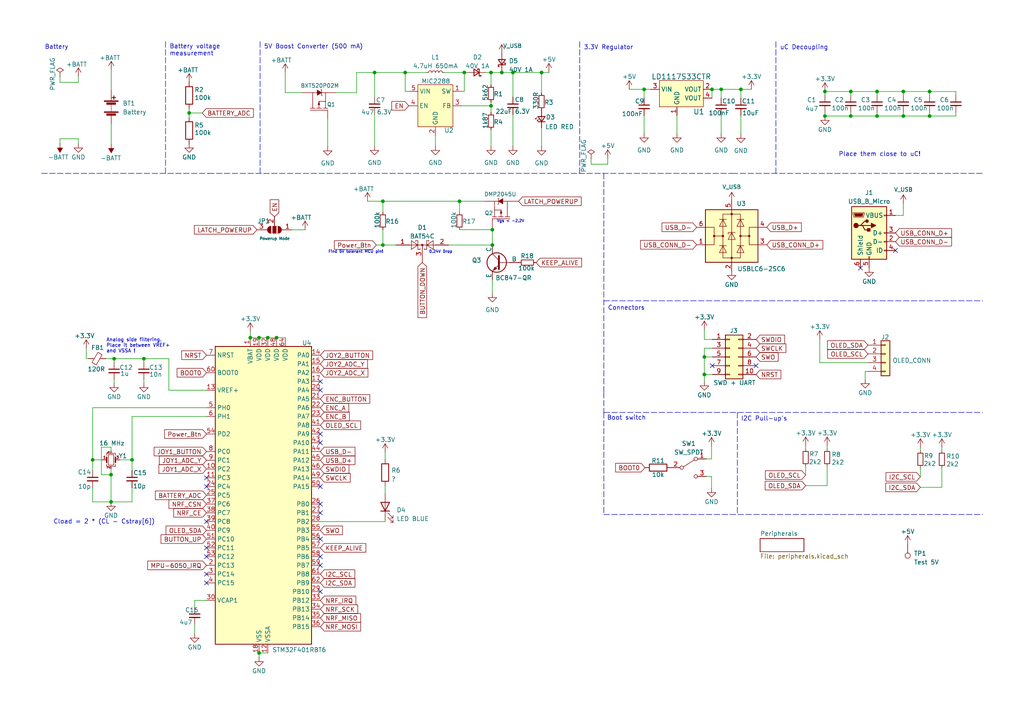
<source format=kicad_sch>
(kicad_sch (version 20230121) (generator eeschema)
  (paper "A4")
  (title_block (title "MCU & Power Supply") (date "2023-06-16") (rev "v1"))
  (junction (at 134.6708 21.0312))
  (junction (at 204.2922 108.6104))
  (junction (at 32.2072 145.5674))
  (junction (at 214.884 25.908))
  (junction (at 239.268 26.543))
  (junction (at 26.8732 133.3754))
  (junction (at 133.2738 58.3692))
  (junction (at 142.4178 30.6832))
  (junction (at 75.1332 189.3824))
  (junction (at 239.268 33.655))
  (junction (at 54.864 32.766))
  (junction (at 246.761 26.543))
  (junction (at 254.381 33.655))
  (junction (at 72.5932 97.9424))
  (junction (at 111.0488 58.3692))
  (junction (at 209.169 25.908))
  (junction (at 157.0736 21.0312))
  (junction (at 254.381 26.543))
  (junction (at 145.542 21.0312))
  (junction (at 111.0488 71.0692))
  (junction (at 206.502 25.908))
  (junction (at 32.2072 137.6934))
  (junction (at 41.7322 104.0384))
  (junction (at 108.6358 21.0312))
  (junction (at 38.3032 133.3754))
  (junction (at 75.1332 97.9424))
  (junction (at 262.001 33.655))
  (junction (at 33.0962 104.0384))
  (junction (at 269.621 33.655))
  (junction (at 142.4178 21.0312))
  (junction (at 80.2132 97.9424))
  (junction (at 142.7988 66.6242))
  (junction (at 117.5258 21.0312))
  (junction (at 204.2922 103.5304))
  (junction (at 186.817 25.908))
  (junction (at 246.761 33.655))
  (junction (at 77.6732 97.9424))
  (junction (at 142.7988 71.0692))
  (junction (at 148.7678 21.0312))
  (junction (at 269.621 26.543))
  (junction (at 262.001 26.543))
  (no_connect (at 59.8932 169.0624))
  (no_connect (at 92.9132 148.7424))
  (no_connect (at 92.9132 113.1824))
  (no_connect (at 59.8932 158.9024))
  (no_connect (at 92.9132 161.4424))
  (no_connect (at 59.8932 138.5824))
  (no_connect (at 59.8932 151.2824))
  (no_connect (at 92.9132 125.8824))
  (no_connect (at 92.9132 163.9824))
  (no_connect (at 59.8932 166.5224))
  (no_connect (at 219.2782 106.0704))
  (no_connect (at 92.9132 146.2024))
  (no_connect (at 92.9132 156.3624))
  (no_connect (at 249.555 77.724))
  (no_connect (at 92.9132 171.6024))
  (no_connect (at 259.715 72.644))
  (no_connect (at 206.5782 106.0704))
  (no_connect (at 92.9132 141.1224))
  (no_connect (at 59.8932 141.1224))
  (no_connect (at 92.9132 128.4224))
  (no_connect (at 59.8932 161.4424))
  (no_connect (at 92.9132 110.6424))
  (wire (pts (xy 32.2072 137.6934) (xy 32.2072 145.5674)))
  (wire (pts (xy 157.0736 21.0312) (xy 157.0736 26.924)))
  (wire (pts (xy 25.019 101.092) (xy 25.019 104.013)))
  (wire (pts (xy 140.7668 21.0312) (xy 142.4178 21.0312)))
  (wire (pts (xy 126.2888 39.3192) (xy 126.2888 42.3672)))
  (wire (pts (xy 17.399 41.656) (xy 17.399 40.259)))
  (wire (pts (xy 59.8932 174.1424) (xy 56.4642 174.1424)))
  (polyline (pts (xy 60.452 50.292) (xy 212.344 50.292)) (stroke (width 0) (type dash)))
  (wire (pts (xy 80.2132 97.9424) (xy 82.7532 97.9424)))
  (wire (pts (xy 133.9088 26.4922) (xy 134.6708 26.4922)))
  (wire (pts (xy 117.5258 26.4922) (xy 118.6688 26.4922)))
  (wire (pts (xy 54.864 31.496) (xy 54.864 32.766)))
  (wire (pts (xy 239.268 32.639) (xy 239.268 33.655)))
  (wire (pts (xy 75.1332 189.3824) (xy 77.6732 189.3824)))
  (wire (pts (xy 31.5722 104.0384) (xy 33.0962 104.0384)))
  (wire (pts (xy 171.45 45.974) (xy 171.45 47.625)))
  (wire (pts (xy 111.0488 71.0692) (xy 114.8588 71.0692)))
  (wire (pts (xy 262.001 26.543) (xy 262.001 27.559)))
  (wire (pts (xy 254.381 26.543) (xy 262.001 26.543)))
  (wire (pts (xy 82.7278 21.0312) (xy 82.7278 26.8732)))
  (wire (pts (xy 48.9712 104.0384) (xy 41.7322 104.0384)))
  (wire (pts (xy 273.177 129.794) (xy 273.177 130.683)))
  (wire (pts (xy 269.621 26.543) (xy 269.621 27.559)))
  (wire (pts (xy 204.2922 108.6104) (xy 204.2922 110.6424)))
  (wire (pts (xy 17.399 40.259) (xy 22.733 40.259)))
  (wire (pts (xy 262.001 33.655) (xy 269.621 33.655)))
  (wire (pts (xy 237.7738 98.4499) (xy 237.7738 105.1809)))
  (wire (pts (xy 92.9132 151.2824) (xy 111.7092 151.2824)))
  (wire (pts (xy 269.621 26.543) (xy 262.001 26.543)))
  (wire (pts (xy 142.7988 81.2292) (xy 142.7988 85.0392)))
  (wire (pts (xy 214.884 25.908) (xy 214.884 28.448)))
  (wire (pts (xy 17.399 23.876) (xy 22.733 23.876)))
  (wire (pts (xy 133.2738 66.6242) (xy 142.7988 66.6242)))
  (wire (pts (xy 206.375 129.413) (xy 206.375 133.096)))
  (wire (pts (xy 142.7988 66.6242) (xy 142.7988 71.0692)))
  (wire (pts (xy 97.5868 26.8732) (xy 103.4288 26.8732)))
  (wire (pts (xy 262.001 32.639) (xy 262.001 33.655)))
  (wire (pts (xy 214.884 33.528) (xy 214.884 38.862)))
  (wire (pts (xy 239.903 129.286) (xy 239.903 130.175)))
  (wire (pts (xy 142.4178 30.6832) (xy 142.4178 32.5882)))
  (polyline (pts (xy 212.344 50.292) (xy 284.988 50.292)) (stroke (width 0) (type dash)))
  (wire (pts (xy 266.954 129.794) (xy 266.954 130.683)))
  (wire (pts (xy 134.6708 21.0312) (xy 135.6868 21.0312)))
  (wire (pts (xy 109.1438 71.0692) (xy 111.0488 71.0692)))
  (wire (pts (xy 95.0468 34.4932) (xy 95.0468 42.4942)))
  (wire (pts (xy 32.2072 145.5674) (xy 38.3032 145.5674)))
  (wire (pts (xy 246.761 32.639) (xy 246.761 33.655)))
  (wire (pts (xy 176.276 47.625) (xy 176.276 45.974)))
  (wire (pts (xy 196.342 33.528) (xy 196.342 38.735)))
  (wire (pts (xy 75.1332 97.9424) (xy 77.6732 97.9424)))
  (wire (pts (xy 148.7678 21.0312) (xy 145.542 21.0312)))
  (polyline (pts (xy 175.133 50.292) (xy 175.133 113.792)) (stroke (width 0) (type dash)))
  (wire (pts (xy 33.0962 104.0384) (xy 33.0962 105.0544)))
  (wire (pts (xy 269.621 32.639) (xy 269.621 33.655)))
  (wire (pts (xy 103.4288 21.0312) (xy 103.4288 26.8732)))
  (polyline (pts (xy 175.133 149.225) (xy 284.988 149.225)) (stroke (width 0) (type dash)))
  (wire (pts (xy 269.621 33.655) (xy 277.241 33.655)))
  (wire (pts (xy 145.542 20.574) (xy 145.542 21.0312)))
  (wire (pts (xy 142.4178 30.6832) (xy 142.4178 29.6672)))
  (wire (pts (xy 77.6732 97.9424) (xy 80.2132 97.9424)))
  (wire (pts (xy 239.903 140.843) (xy 233.68 140.843)))
  (wire (pts (xy 186.817 25.908) (xy 186.817 28.448)))
  (wire (pts (xy 246.761 26.543) (xy 254.381 26.543)))
  (wire (pts (xy 237.7738 105.1809) (xy 251.7438 105.1809)))
  (wire (pts (xy 133.9088 30.6832) (xy 142.4178 30.6832)))
  (wire (pts (xy 209.169 28.448) (xy 209.169 25.908)))
  (wire (pts (xy 133.2738 58.3692) (xy 140.2588 58.3692)))
  (wire (pts (xy 277.241 26.543) (xy 269.621 26.543)))
  (wire (pts (xy 111.0488 58.3692) (xy 133.2738 58.3692)))
  (wire (pts (xy 72.5932 97.9424) (xy 75.1332 97.9424)))
  (wire (pts (xy 59.8932 113.1824) (xy 48.9712 113.1824)))
  (wire (pts (xy 25.019 104.013) (xy 25.654 104.013)))
  (wire (pts (xy 26.8732 118.2624) (xy 26.8732 133.3754)))
  (wire (pts (xy 41.7322 110.1344) (xy 41.7322 111.1504)))
  (wire (pts (xy 254.381 32.639) (xy 254.381 33.655)))
  (wire (pts (xy 266.954 135.763) (xy 266.954 138.303)))
  (wire (pts (xy 59.8932 118.2624) (xy 26.8732 118.2624)))
  (wire (pts (xy 103.4288 21.0312) (xy 108.6358 21.0312)))
  (wire (pts (xy 130.0988 71.0692) (xy 142.7988 71.0692)))
  (wire (pts (xy 32.258 20.32) (xy 32.258 25.908)))
  (wire (pts (xy 254.381 27.559) (xy 254.381 26.543)))
  (polyline (pts (xy 48.006 12.065) (xy 48.006 50.292)) (stroke (width 0) (type dash)))
  (wire (pts (xy 56.4642 181.1274) (xy 56.4642 183.7944)))
  (wire (pts (xy 204.2922 103.5304) (xy 204.2922 108.6104)))
  (wire (pts (xy 22.733 23.876) (xy 22.733 22.225)))
  (wire (pts (xy 204.851 138.176) (xy 206.375 138.176)))
  (wire (pts (xy 251.7438 107.7209) (xy 250.9473 107.7209)))
  (wire (pts (xy 148.7678 33.2232) (xy 148.7678 42.3672)))
  (wire (pts (xy 72.5932 96.1644) (xy 72.5932 97.9424)))
  (polyline (pts (xy 175.133 113.792) (xy 175.133 119.634)) (stroke (width 0) (type dash)))
  (wire (pts (xy 33.0962 110.1344) (xy 33.0962 111.1504)))
  (wire (pts (xy 111.0488 58.3692) (xy 111.0488 61.5442)))
  (wire (pts (xy 26.8732 133.3754) (xy 29.6672 133.3754)))
  (wire (pts (xy 239.268 33.655) (xy 246.761 33.655)))
  (polyline (pts (xy 12.065 50.292) (xy 60.579 50.292)) (stroke (width 0) (type dash)))
  (polyline (pts (xy 175.133 119.634) (xy 284.988 119.634)) (stroke (width 0) (type dash)))
  (wire (pts (xy 254.381 33.655) (xy 262.001 33.655)))
  (wire (pts (xy 108.6358 21.0312) (xy 117.5258 21.0312)))
  (wire (pts (xy 17.399 22.225) (xy 17.399 23.876)))
  (wire (pts (xy 209.169 25.908) (xy 214.884 25.908)))
  (polyline (pts (xy 225.044 12.065) (xy 225.044 50.292)) (stroke (width 0) (type dash)))
  (wire (pts (xy 31.5722 104.013) (xy 31.5722 104.0384)))
  (wire (pts (xy 233.68 129.286) (xy 233.68 130.175)))
  (wire (pts (xy 171.45 47.625) (xy 176.276 47.625)))
  (wire (pts (xy 54.864 32.766) (xy 54.864 34.036)))
  (wire (pts (xy 209.169 38.735) (xy 209.169 33.528)))
  (wire (pts (xy 206.375 138.176) (xy 206.375 141.605)))
  (wire (pts (xy 148.7678 28.1432) (xy 148.7678 21.0312)))
  (wire (pts (xy 41.7322 105.0544) (xy 41.7322 104.0384)))
  (wire (pts (xy 262.001 62.484) (xy 259.715 62.484)))
  (wire (pts (xy 204.2922 103.5304) (xy 206.5782 103.5304)))
  (wire (pts (xy 30.734 104.013) (xy 31.5722 104.013)))
  (wire (pts (xy 32.2072 129.6924) (xy 32.2072 130.8354)))
  (wire (pts (xy 182.499 25.908) (xy 186.817 25.908)))
  (wire (pts (xy 108.6358 21.0312) (xy 108.6358 28.1432)))
  (wire (pts (xy 206.502 25.908) (xy 206.502 28.448)))
  (wire (pts (xy 123.7488 21.0312) (xy 117.5258 21.0312)))
  (wire (pts (xy 206.5782 100.9904) (xy 204.2922 100.9904)))
  (wire (pts (xy 209.169 25.908) (xy 206.502 25.908)))
  (wire (pts (xy 148.7678 21.0312) (xy 157.0736 21.0312)))
  (wire (pts (xy 111.7092 131.2164) (xy 111.7092 133.2484)))
  (wire (pts (xy 54.864 32.766) (xy 58.674 32.766)))
  (wire (pts (xy 32.2072 135.9154) (xy 32.2072 137.6934)))
  (wire (pts (xy 82.7278 26.8732) (xy 87.4268 26.8732)))
  (wire (pts (xy 38.3032 133.3754) (xy 38.3032 136.4234)))
  (wire (pts (xy 157.0736 21.0312) (xy 159.2072 21.0312)))
  (wire (pts (xy 159.2072 21.0312) (xy 159.2072 20.9296)))
  (polyline (pts (xy 213.868 119.634) (xy 213.868 149.225)) (stroke (width 0) (type dash)))
  (wire (pts (xy 106.6038 58.3692) (xy 111.0488 58.3692)))
  (wire (pts (xy 38.3032 120.8024) (xy 38.3032 133.3754)))
  (wire (pts (xy 188.722 25.908) (xy 186.817 25.908)))
  (wire (pts (xy 246.761 33.655) (xy 254.381 33.655)))
  (wire (pts (xy 157.0736 37.084) (xy 157.0736 42.4688)))
  (wire (pts (xy 56.4642 174.1424) (xy 56.4642 176.0474)))
  (wire (pts (xy 204.2922 100.9904) (xy 204.2922 103.5304)))
  (wire (pts (xy 133.2738 58.3692) (xy 133.2738 61.5442)))
  (wire (pts (xy 34.7472 133.3754) (xy 38.3032 133.3754)))
  (wire (pts (xy 233.68 135.255) (xy 233.68 137.795)))
  (wire (pts (xy 117.5258 26.4922) (xy 117.5258 21.0312)))
  (wire (pts (xy 33.0962 104.0384) (xy 41.7322 104.0384)))
  (wire (pts (xy 108.6358 33.2232) (xy 108.6358 42.3672)))
  (wire (pts (xy 48.9712 113.1824) (xy 48.9712 104.0384)))
  (wire (pts (xy 206.5782 108.6104) (xy 204.2922 108.6104)))
  (wire (pts (xy 142.4178 21.0312) (xy 142.4178 24.5872)))
  (wire (pts (xy 38.3032 145.5674) (xy 38.3032 141.5034)))
  (wire (pts (xy 186.817 38.735) (xy 186.817 33.528)))
  (wire (pts (xy 204.2922 98.4504) (xy 206.5782 98.4504)))
  (wire (pts (xy 239.903 135.255) (xy 239.903 140.843)))
  (wire (pts (xy 277.241 27.559) (xy 277.241 26.543)))
  (wire (pts (xy 32.258 36.068) (xy 32.258 41.783)))
  (polyline (pts (xy 175.133 119.634) (xy 175.133 149.225)) (stroke (width 0) (type dash)))
  (wire (pts (xy 206.375 133.096) (xy 204.851 133.096)))
  (wire (pts (xy 26.8732 141.5034) (xy 26.8732 145.5674)))
  (wire (pts (xy 75.1332 190.6524) (xy 75.1332 189.3824)))
  (wire (pts (xy 134.6708 26.4922) (xy 134.6708 21.0312)))
  (polyline (pts (xy 168.148 12.065) (xy 168.148 50.292)) (stroke (width 0) (type dash)))
  (wire (pts (xy 142.4178 42.3672) (xy 142.4178 37.6682)))
  (wire (pts (xy 111.7092 151.2824) (xy 111.7092 150.7744)))
  (wire (pts (xy 111.7092 140.8684) (xy 111.7092 143.1544)))
  (wire (pts (xy 239.268 26.543) (xy 246.761 26.543)))
  (wire (pts (xy 273.177 141.351) (xy 266.954 141.351)))
  (polyline (pts (xy 175.133 87.249) (xy 284.988 87.249)) (stroke (width 0) (type dash)))
  (wire (pts (xy 32.2072 129.6924) (xy 29.4132 129.6924)))
  (wire (pts (xy 29.4132 137.6934) (xy 32.2072 137.6934)))
  (wire (pts (xy 111.0488 66.6242) (xy 111.0488 71.0692)))
  (wire (pts (xy 277.241 33.655) (xy 277.241 32.639)))
  (wire (pts (xy 273.177 135.763) (xy 273.177 141.351)))
  (wire (pts (xy 38.3032 120.8024) (xy 59.8932 120.8024)))
  (wire (pts (xy 84.6836 66.6496) (xy 88.4936 66.6496)))
  (wire (pts (xy 128.8288 21.0312) (xy 134.6708 21.0312)))
  (wire (pts (xy 250.9473 107.7209) (xy 250.9473 110.0066)))
  (wire (pts (xy 29.4132 129.6924) (xy 29.4132 137.6934)))
  (wire (pts (xy 214.884 25.908) (xy 217.932 25.908)))
  (polyline (pts (xy 75.438 12.065) (xy 75.438 50.292)) (stroke (width 0) (type dash)))
  (wire (pts (xy 204.2922 95.6564) (xy 204.2922 98.4504)))
  (wire (pts (xy 26.8732 145.5674) (xy 32.2072 145.5674)))
  (wire (pts (xy 246.761 26.543) (xy 246.761 27.559)))
  (wire (pts (xy 262.001 59.055) (xy 262.001 62.484)))
  (wire (pts (xy 145.542 21.0312) (xy 142.4178 21.0312)))
  (wire (pts (xy 142.7988 65.9892) (xy 142.7988 66.6242)))
  (wire (pts (xy 239.268 26.543) (xy 239.268 27.559)))
  (wire (pts (xy 22.733 40.259) (xy 22.733 41.656)))
  (wire (pts (xy 26.8732 136.4234) (xy 26.8732 133.3754)))
  (text "I2C Pull-up's" (at 214.884 122.301 0) (effects (font (size 1.27 1.27)) (justify left bottom)))
  (text "Find 5V tolerant MCU pin!" (at 95.1738 73.6092 0) (effects (font (size 0.8 0.8)) (justify left bottom)))
  (text "Boot switch\n" (at 176.022 122.047 0) (effects (font (size 1.27 1.27)) (justify left bottom)))
  (text "Battery\n" (at 12.954 14.478 0) (effects (font (size 1.27 1.27)) (justify left bottom)))
  (text "3.3V Regulator\n" (at 169.291 14.605 0) (effects (font (size 1.27 1.27)) (justify left bottom)))
  (text "0,24V Drop" (at 124.3838 73.6092 0) (effects (font (size 0.8 0.8)) (justify left bottom)))
  (text "5V Boost Converter (500 mA)\n\n" (at 76.5302 16.4084 0) (effects (font (size 1.27 1.27)) (justify left bottom)))
  (text "Connectors\n" (at 176.276 90.17 0) (effects (font (size 1.27 1.27)) (justify left bottom)))
  (text "Cload = 2 * (CL - Cstray[6])" (at 15.4432 152.1714 0) (effects (font (size 1.27 1.27)) (justify left bottom)))
  (text "uC Decoupling" (at 226.187 14.605 0) (effects (font (size 1.27 1.27)) (justify left bottom)))
  (text "Battery voltage\nmeasurement" (at 49.149 16.383 0) (effects (font (size 1.27 1.27)) (justify left bottom)))
  (text "Place them close to uC!" (at 243.205 45.593 0) (effects (font (size 1.27 1.27)) (justify left bottom)))
  (text "Analog side filtering.\nPlace it between VREF+\nand VSSA !" (at 30.8102 102.5144 0) (effects (font (size 1 1)) (justify left bottom)))
  (text "Vgs < -2.2V" (at 144.0688 64.7192 0) (effects (font (size 0.8 0.8)) (justify left bottom)))
  (global_label "OLED_SCL" (shape input) (at 251.7438 102.6409 180) (property "Intersheetrefs" "${INTERSHEET_REFS}" (effects hide)))
  (global_label "NRF_IRQ" (shape input) (at 92.9132 174.1424 0) (property "Intersheetrefs" "${INTERSHEET_REFS}" (effects hide)))
  (global_label "USB_CONN_D+" (shape input) (at 259.715 67.564 0) (property "Intersheetrefs" "${INTERSHEET_REFS}" (effects hide)))
  (global_label "ENC_B" (shape input) (at 92.9132 120.8024 0) (property "Intersheetrefs" "${INTERSHEET_REFS}" (effects hide)))
  (global_label "OLED_SDA" (shape input) (at 251.7438 100.1009 180) (property "Intersheetrefs" "${INTERSHEET_REFS}" (effects hide)))
  (global_label "BOOT0" (shape input) (at 59.8932 108.1024 180) (property "Intersheetrefs" "${INTERSHEET_REFS}" (effects hide)))
  (global_label "SWO" (shape input) (at 219.2782 103.5304 0) (property "Intersheetrefs" "${INTERSHEET_REFS}" (effects hide)))
  (global_label "USB_CONN_D+" (shape input) (at 222.377 70.993 0) (property "Intersheetrefs" "${INTERSHEET_REFS}" (effects hide)))
  (global_label "SWCLK" (shape input) (at 92.9132 138.5824 0) (property "Intersheetrefs" "${INTERSHEET_REFS}" (effects hide)))
  (global_label "LATCH_POWERUP" (shape input) (at 150.4188 58.3692 0) (property "Intersheetrefs" "${INTERSHEET_REFS}" (effects hide)))
  (global_label "JOY1_ADC_Y" (shape input) (at 59.8932 133.5024 180) (property "Intersheetrefs" "${INTERSHEET_REFS}" (effects hide)))
  (global_label "BATTERY_ADC" (shape input) (at 58.674 32.766 0) (property "Intersheetrefs" "${INTERSHEET_REFS}" (effects hide)))
  (global_label "OLED_SDA" (shape input) (at 59.8932 153.8224 180) (property "Intersheetrefs" "${INTERSHEET_REFS}" (effects hide)))
  (global_label "NRF_MOSI" (shape input) (at 92.9132 181.7624 0) (property "Intersheetrefs" "${INTERSHEET_REFS}" (effects hide)))
  (global_label "NRF_CSN" (shape input) (at 59.8932 146.2024 180) (property "Intersheetrefs" "${INTERSHEET_REFS}" (effects hide)))
  (global_label "Power_Btn" (shape input) (at 109.1438 71.0692 180) (property "Intersheetrefs" "${INTERSHEET_REFS}" (effects hide)))
  (global_label "I2C_SDA" (shape input) (at 266.954 141.351 180) (property "Intersheetrefs" "${INTERSHEET_REFS}" (effects hide)))
  (global_label "EN" (shape input) (at 118.5418 30.6832 180) (property "Intersheetrefs" "${INTERSHEET_REFS}" (effects hide)))
  (global_label "USB_CONN_D-" (shape input) (at 202.057 70.993 180) (property "Intersheetrefs" "${INTERSHEET_REFS}" (effects hide)))
  (global_label "USB_D-" (shape input) (at 202.057 65.913 180) (property "Intersheetrefs" "${INTERSHEET_REFS}" (effects hide)))
  (global_label "MPU-6050_IRQ" (shape input) (at 59.8932 163.9824 180) (property "Intersheetrefs" "${INTERSHEET_REFS}" (effects hide)))
  (global_label "BUTTON_DOWN" (shape input) (at 122.4788 76.1492 270) (property "Intersheetrefs" "${INTERSHEET_REFS}" (effects hide)))
  (global_label "SWDIO" (shape input) (at 219.2782 98.4504 0) (property "Intersheetrefs" "${INTERSHEET_REFS}" (effects hide)))
  (global_label "USB_CONN_D-" (shape input) (at 259.715 70.104 0) (property "Intersheetrefs" "${INTERSHEET_REFS}" (effects hide)))
  (global_label "JOY2_BUTTON" (shape input) (at 92.9132 103.0224 0) (property "Intersheetrefs" "${INTERSHEET_REFS}" (effects hide)))
  (global_label "Power_Btn" (shape input) (at 59.8932 125.8824 180) (property "Intersheetrefs" "${INTERSHEET_REFS}" (effects hide)))
  (global_label "I2C_SCL" (shape input) (at 92.9132 166.5224 0) (property "Intersheetrefs" "${INTERSHEET_REFS}" (effects hide)))
  (global_label "JOY1_ADC_X" (shape input) (at 59.8932 136.0424 180) (property "Intersheetrefs" "${INTERSHEET_REFS}" (effects hide)))
  (global_label "NRF_SCK" (shape input) (at 92.9132 176.6824 0) (property "Intersheetrefs" "${INTERSHEET_REFS}" (effects hide)))
  (global_label "ENC_A" (shape input) (at 92.9132 118.2624 0) (property "Intersheetrefs" "${INTERSHEET_REFS}" (effects hide)))
  (global_label "EN" (shape input) (at 79.6036 62.8396 90) (property "Intersheetrefs" "${INTERSHEET_REFS}" (effects hide)))
  (global_label "NRST" (shape input) (at 59.8932 103.0224 180) (property "Intersheetrefs" "${INTERSHEET_REFS}" (effects hide)))
  (global_label "USB_D+" (shape input) (at 222.377 65.913 0) (property "Intersheetrefs" "${INTERSHEET_REFS}" (effects hide)))
  (global_label "OLED_SCL" (shape input) (at 233.68 137.795 180) (property "Intersheetrefs" "${INTERSHEET_REFS}" (effects hide)))
  (global_label "KEEP_ALIVE" (shape input) (at 92.9132 158.9024 0) (property "Intersheetrefs" "${INTERSHEET_REFS}" (effects hide)))
  (global_label "JOY2_ADC_Y" (shape input) (at 92.9132 105.5624 0) (property "Intersheetrefs" "${INTERSHEET_REFS}" (effects hide)))
  (global_label "SWCLK" (shape input) (at 219.2782 100.9904 0) (property "Intersheetrefs" "${INTERSHEET_REFS}" (effects hide)))
  (global_label "ENC_BUTTON" (shape input) (at 92.9132 115.7224 0) (property "Intersheetrefs" "${INTERSHEET_REFS}" (effects hide)))
  (global_label "BATTERY_ADC" (shape input) (at 59.8932 143.6624 180) (property "Intersheetrefs" "${INTERSHEET_REFS}" (effects hide)))
  (global_label "OLED_SDA" (shape input) (at 233.68 140.843 180) (property "Intersheetrefs" "${INTERSHEET_REFS}" (effects hide)))
  (global_label "NRST" (shape input) (at 219.2782 108.6104 0) (property "Intersheetrefs" "${INTERSHEET_REFS}" (effects hide)))
  (global_label "USB_D-" (shape input) (at 92.9132 130.9624 0) (property "Intersheetrefs" "${INTERSHEET_REFS}" (effects hide)))
  (global_label "LATCH_POWERUP" (shape input) (at 74.5236 66.6496 180) (property "Intersheetrefs" "${INTERSHEET_REFS}" (effects hide)))
  (global_label "BOOT0" (shape input) (at 187.071 135.636 180) (property "Intersheetrefs" "${INTERSHEET_REFS}" (effects hide)))
  (global_label "NRF_CE" (shape input) (at 59.8932 148.7424 180) (property "Intersheetrefs" "${INTERSHEET_REFS}" (effects hide)))
  (global_label "SWO" (shape input) (at 92.9132 153.8224 0) (property "Intersheetrefs" "${INTERSHEET_REFS}" (effects hide)))
  (global_label "USB_D+" (shape input) (at 92.9132 133.5024 0) (property "Intersheetrefs" "${INTERSHEET_REFS}" (effects hide)))
  (global_label "SWDIO" (shape input) (at 92.9132 136.0424 0) (property "Intersheetrefs" "${INTERSHEET_REFS}" (effects hide)))
  (global_label "I2C_SDA" (shape input) (at 92.9132 169.0624 0) (property "Intersheetrefs" "${INTERSHEET_REFS}" (effects hide)))
  (global_label "NRF_MISO" (shape input) (at 92.9132 179.2224 0) (property "Intersheetrefs" "${INTERSHEET_REFS}" (effects hide)))
  (global_label "JOY2_ADC_X" (shape input) (at 92.9132 108.1024 0) (property "Intersheetrefs" "${INTERSHEET_REFS}" (effects hide)))
  (global_label "I2C_SCL" (shape input) (at 266.954 138.303 180) (property "Intersheetrefs" "${INTERSHEET_REFS}" (effects hide)))
  (global_label "OLED_SCL" (shape input) (at 92.9132 123.3424 0) (property "Intersheetrefs" "${INTERSHEET_REFS}" (effects hide)))
  (global_label "KEEP_ALIVE" (shape input) (at 155.4988 76.1492 0) (property "Intersheetrefs" "${INTERSHEET_REFS}" (effects hide)))
  (global_label "JOY1_BUTTON" (shape input) (at 59.8932 130.9624 180) (property "Intersheetrefs" "${INTERSHEET_REFS}" (effects hide)))
  (global_label "BUTTON_UP" (shape input) (at 59.8932 156.3624 180) (property "Intersheetrefs" "${INTERSHEET_REFS}" (effects hide)))
  (symbol (lib_id "power:GND") (at 148.7678 42.3672 0) (unit 1)
    (property "Reference" "#PWR021" (effects hide))
    (property "Value" "GND" (at 148.7678 47.1932 0))
  )
  (symbol (lib_id "power:PWR_FLAG") (at 171.45 45.974 0) (unit 1)
    (property "Reference" "#FLG02" (effects hide))
    (property "Value" "PWR_FLAG" (at 169.291 45.212 90))
  )
  (symbol (lib_id "Device:LED") (at 111.7092 146.9644 90) (unit 1)
    (property "Reference" "D4" (at 115.0112 147.9169 90) (effects (justify right)))
    (property "Value" "LED BLUE" (at 115.0112 150.4569 90) (effects (justify right)))
    (property "Footprint" "LED_SMD:LED_0603_1608Metric" (effects hide))
  )
  (symbol (lib_id "Device:R") (at 111.7092 137.0584 180) (unit 1)
    (property "Reference" "R6" (at 113.4872 136.4234 0) (effects (justify right)))
    (property "Value" "?" (at 113.4872 138.9634 0) (effects (justify right)))
    (property "Footprint" "Resistor_SMD:R_0603_1608Metric" (effects hide))
  )
  (symbol (lib_id "Device:C_Small") (at 56.4642 178.5874 0) (unit 1)
    (property "Reference" "C16" (at 53.6702 176.9364 0) (effects (justify left)))
    (property "Value" "4u7" (at 52.0192 180.4924 0) (effects (justify left)))
    (property "Footprint" "Capacitor_SMD:C_0603_1608Metric" (effects hide))
  )
  (symbol (lib_id "Device:R") (at 54.864 27.686 180) (unit 1)
    (property "Reference" "R2" (at 56.388 26.035 0) (effects (justify right)))
    (property "Value" "100k" (at 56.388 28.321 0) (effects (justify right)))
    (property "Footprint" "Resistor_SMD:R_0603_1608Metric" (effects hide))
  )
  (symbol (lib_id "power:GND") (at 54.864 41.656 0) (unit 1)
    (property "Reference" "#PWR016" (effects hide))
    (property "Value" "GND" (at 54.864 45.593 0))
  )
  (symbol (lib_id "power:+5V") (at 182.499 25.908 0) (unit 1)
    (property "Reference" "#PWR06" (effects hide))
    (property "Value" "+5V" (at 182.499 22.225 0))
  )
  (symbol (lib_id "Device:Crystal_GND24_Small") (at 32.2072 133.3754 0) (unit 1)
    (property "Reference" "Y1" (at 35.6362 132.2324 0))
    (property "Value" "16 MHz" (at 32.4612 128.5494 0))
    (property "Footprint" "Crystal:Crystal_SMD_3225-4Pin_3.2x2.5mm" (effects hide))
  )
  (symbol (lib_id "Switch:SW_SPDT") (at 199.771 135.636 0) (unit 1)
    (property "Reference" "SW1" (at 199.771 128.651 0))
    (property "Value" "SW_SPDT" (at 199.771 131.191 0))
    (property "Footprint" "Jumper:SolderJumper-3_P1.3mm_Open_RoundedPad1.0x1.5mm" (effects hide))
  )
  (symbol (lib_id "power:GND") (at 239.268 33.655 0) (unit 1)
    (property "Reference" "#PWR09" (effects hide))
    (property "Value" "GND" (at 239.268 37.592 0))
  )
  (symbol (lib_id "power:GND") (at 157.0736 42.4688 0) (unit 1)
    (property "Reference" "#PWR022" (effects hide))
    (property "Value" "GND" (at 157.0736 47.2948 0))
  )
  (symbol (lib_id "power:GND") (at 186.817 38.735 0) (unit 1)
    (property "Reference" "#PWR010" (effects hide))
    (property "Value" "GND" (at 186.817 43.561 0))
  )
  (symbol (lib_id "Device:R_Small") (at 157.0736 29.464 0) (unit 1)
    (property "Reference" "R3" (at 157.8356 29.718 0) (effects (justify left)))
    (property "Value" "330R" (at 155.4226 31.75 90) (effects (justify left)))
    (property "Footprint" "Resistor_SMD:R_0603_1608Metric" (effects hide))
  )
  (symbol (lib_id "power:GND") (at 209.169 38.735 0) (unit 1)
    (property "Reference" "#PWR012" (effects hide))
    (property "Value" "GND" (at 209.169 43.561 0))
  )
  (symbol (lib_id "dk_PMIC-Voltage-Regulators-Linear:LD1117S33CTR") (at 196.342 25.908 0) (unit 1)
    (property "Reference" "U1" (at 202.692 32.385 0) (effects (font (size 1.524 1.524))))
    (property "Value" "LD1117S33CTR" (at 197.612 22.225 0) (effects (font (size 1.524 1.524))))
    (property "Footprint" "digikey-footprints:SOT-223" (effects hide))
    (property "Datasheet" "http://www.st.com/content/ccc/resource/technical/document/datasheet/99/3b/7d/91/91/51/4b/be/CD00000544.pdf/files/CD00000544.pdf/jcr:content/translations/en.CD00000544.pdf" (effects hide))
    (property "Digi-Key_PN" "497-1241-1-ND" (effects hide))
    (property "MPN" "LD1117S33CTR" (effects hide))
    (property "Category" "Integrated Circuits (ICs)" (effects hide))
    (property "Family" "PMIC - Voltage Regulators - Linear" (effects hide))
    (property "DK_Datasheet_Link" "http://www.st.com/content/ccc/resource/technical/document/datasheet/99/3b/7d/91/91/51/4b/be/CD00000544.pdf/files/CD00000544.pdf/jcr:content/translations/en.CD00000544.pdf" (effects hide))
    (property "DK_Detail_Page" "/product-detail/en/stmicroelectronics/LD1117S33CTR/497-1241-1-ND/586241" (effects hide))
    (property "Description" "IC REG LINEAR 3.3V 800MA SOT223" (effects hide))
    (property "Manufacturer" "STMicroelectronics" (effects hide))
    (property "Status" "Active" (effects hide))
  )
  (symbol (lib_id "Device:C_Small") (at 246.761 30.099 0) (unit 1)
    (property "Reference" "C2" (at 242.062 28.956 0) (effects (justify left)))
    (property "Value" "100n" (at 241.173 31.369 0) (effects (justify left)))
    (property "Footprint" "Capacitor_SMD:C_0603_1608Metric" (effects hide))
  )
  (symbol (lib_id "Device:C_Small") (at 277.241 30.099 0) (unit 1)
    (property "Reference" "C6" (at 272.542 28.956 0) (effects (justify left)))
    (property "Value" "100n" (at 271.653 31.369 0) (effects (justify left)))
    (property "Footprint" "Capacitor_SMD:C_0603_1608Metric" (effects hide))
  )
  (symbol (lib_id "Connector:TestPoint") (at 263.271 157.861 180) (unit 1)
    (property "Reference" "TP1" (at 265.049 160.528 0) (effects (justify right)))
    (property "Value" "Test 5V" (at 265.049 163.068 0) (effects (justify right)))
    (property "Footprint" "TestPoint:TestPoint_Pad_D1.0mm" (effects hide))
  )
  (symbol (lib_id "Connector:USB_B_Micro") (at 252.095 67.564 0) (unit 1)
    (property "Reference" "J1" (at 252.095 55.88 0))
    (property "Value" "USB_B_Micro" (at 252.095 58.42 0))
    (property "Footprint" "Connector_USB:USB_Micro-B_Amphenol_10103594-0001LF_Horizontal" (effects hide))
  )
  (symbol (lib_id "power:GND") (at 108.6358 42.3672 0) (unit 1)
    (property "Reference" "#PWR018" (effects hide))
    (property "Value" "GND" (at 108.6358 47.1932 0))
  )
  (symbol (lib_id "Device:R_Small") (at 233.68 132.715 0) (unit 1)
    (property "Reference" "R7" (at 234.696 131.699 0) (effects (justify left)))
    (property "Value" "2k2" (at 234.569 133.985 0) (effects (justify left)))
    (property "Footprint" "Resistor_SMD:R_0603_1608Metric" (effects hide))
  )
  (symbol (lib_id "Device:Battery") (at 32.258 30.988 0) (unit 1)
    (property "Reference" "BT1" (at 35.56 29.972 0) (effects (justify left)))
    (property "Value" "Battery" (at 35.56 32.512 0) (effects (justify left)))
    (property "Footprint" "TerminalBlock_Phoenix:TerminalBlock_Phoenix_PT-1,5-2-3.5-H_1x02_P3.50mm_Horizontal" (effects hide))
  )
  (symbol (lib_id "Device:C_Small") (at 254.381 30.099 0) (unit 1)
    (property "Reference" "C3" (at 249.682 28.956 0) (effects (justify left)))
    (property "Value" "100n" (at 248.793 31.369 0) (effects (justify left)))
    (property "Footprint" "Capacitor_SMD:C_0603_1608Metric" (effects hide))
  )
  (symbol (lib_id "power:+3.3V") (at 111.7092 131.2164 0) (unit 1)
    (property "Reference" "#PWR033" (effects hide))
    (property "Value" "+3.3V" (at 111.7092 127.5334 0))
  )
  (symbol (lib_id "Device:L_Small") (at 126.2888 21.0312 90) (unit 1)
    (property "Reference" "L1" (at 126.2888 16.5862 90))
    (property "Value" "4.7uH 650mA" (at 126.2888 19.1262 90))
    (property "Footprint" "Inductor_SMD:L_1812_4532Metric" (effects hide))
  )
  (symbol (lib_id "power:+3.3V") (at 239.903 129.286 0) (unit 1)
    (property "Reference" "#PWR038" (effects hide))
    (property "Value" "+3.3V" (at 239.903 125.603 0))
  )
  (symbol (lib_id "Device:R_Small") (at 133.2738 64.0842 0) (unit 1)
    (property "Reference" "R17" (at 134.0358 64.2112 0) (effects (justify left)))
    (property "Value" "100k" (at 131.6228 66.2432 90) (effects (justify left)))
    (property "Footprint" "Resistor_SMD:R_0603_1608Metric" (effects hide))
  )
  (symbol (lib_id "power:GND") (at 95.0468 42.4942 0) (unit 1)
    (property "Reference" "#PWR023" (effects hide))
    (property "Value" "GND" (at 95.0468 47.3202 0))
  )
  (symbol (lib_id "power:+BATT") (at 82.7278 21.0312 0) (unit 1)
    (property "Reference" "#PWR03" (effects hide))
    (property "Value" "+BATT" (at 81.5848 17.4752 0))
  )
  (symbol (lib_id "Device:R_Small") (at 239.903 132.715 0) (unit 1)
    (property "Reference" "R8" (at 241.173 131.826 0) (effects (justify left)))
    (property "Value" "2k2" (at 241.173 134.112 0) (effects (justify left)))
    (property "Footprint" "Resistor_SMD:R_0603_1608Metric" (effects hide))
  )
  (symbol (lib_id "power:+BATT") (at 22.733 22.225 0) (unit 1)
    (property "Reference" "#PWR04" (effects hide))
    (property "Value" "+BATT" (at 22.225 18.669 0))
  )
  (symbol (lib_id "Power_Protection:USBLC6-2SC6") (at 212.217 68.453 0) (unit 1)
    (property "Reference" "U3" (at 213.614 59.055 0) (effects (justify left)))
    (property "Value" "USBLC6-2SC6" (at 213.868 77.978 0) (effects (justify left)))
    (property "Footprint" "Package_TO_SOT_SMD:SOT-23-6" (effects hide))
    (property "Datasheet" "https://www.st.com/resource/en/datasheet/usblc6-2.pdf" (effects hide))
  )
  (symbol (lib_id "Connector_Generic:Conn_02x05_Odd_Even") (at 211.6582 103.5304 0) (unit 1)
    (property "Reference" "J3" (at 212.8012 95.9104 0))
    (property "Value" "SWD + UART" (at 213.0552 111.0234 0))
    (property "Footprint" "Connector_PinHeader_2.00mm:PinHeader_2x05_P2.00mm_Vertical" (effects hide))
  )
  (symbol (lib_id "Connector_Generic:Conn_01x04") (at 256.8238 102.6409 0) (unit 1)
    (property "Reference" "J2" (at 255.524 97.79 0) (effects (justify left)))
    (property "Value" "OLED_CONN" (at 258.8558 104.5459 0) (effects (justify left)))
    (property "Footprint" "DF3A-4P-2DSA:SHDR4W55P0X200_1X4_1000X500X530P" (effects hide))
  )
  (symbol (lib_id "Device:C_Small") (at 209.169 30.988 0) (unit 1)
    (property "Reference" "C10" (at 209.423 29.337 0) (effects (justify left)))
    (property "Value" "100nF" (at 205.486 32.766 0) (effects (justify left)))
    (property "Footprint" "Capacitor_SMD:C_0603_1608Metric" (effects hide))
  )
  (symbol (lib_id "Device:C_Small") (at 108.6358 30.6832 0) (unit 1)
    (property "Reference" "C7" (at 109.0168 29.0322 0) (effects (justify left)))
    (property "Value" "4u7 6.3V" (at 104.7496 32.512 0) (effects (justify left)))
    (property "Footprint" "Capacitor_SMD:C_0603_1608Metric" (effects hide))
  )
  (symbol (lib_id "power:+3.3V") (at 204.2922 95.6564 0) (unit 1)
    (property "Reference" "#PWR031" (effects hide))
    (property "Value" "+3.3V" (at 204.2922 91.9734 0))
  )
  (symbol (lib_id "power:+3.3V") (at 25.019 101.092 0) (unit 1)
    (property "Reference" "#PWR026" (effects hide))
    (property "Value" "+3.3V" (at 24.511 97.409 0))
  )
  (symbol (lib_id "Simulation_SPICE:NPN") (at 145.3388 76.1492 0) (mirror y) (unit 1)
    (property "Reference" "Q3" (at 139.6238 75.5142 0) (effects (justify left)))
    (property "Value" "BC847-QR" (at 154.2288 80.5942 0) (effects (justify left)))
    (property "Footprint" "Package_TO_SOT_SMD:SOT-23" (effects hide))
    (property "Sim.Device" "NPN" (effects hide))
    (property "Sim.Type" "GUMMELPOON" (effects hide))
    (property "Sim.Pins" "1=C 2=B 3=E" (effects hide))
  )
  (symbol (lib_id "SparkFun-PowerSymbols:V_USB") (at 262.001 59.055 0) (unit 1)
    (property "Reference" "#SUPPLY03" (effects hide))
    (property "Value" "V_USB" (at 262.001 54.991 0) (effects (font (size 1.143 1.143))))
    (property "Footprint" "XXX-00000" (effects hide))
  )
  (symbol (lib_id "power:GND") (at 206.375 141.605 0) (unit 1)
    (property "Reference" "#PWR042" (effects hide))
    (property "Value" "GND" (at 206.375 145.542 0))
  )
  (symbol (lib_id "Device:R_Small") (at 273.177 133.223 0) (unit 1)
    (property "Reference" "R10" (at 274.447 132.334 0) (effects (justify left)))
    (property "Value" "2k2" (at 274.447 134.62 0) (effects (justify left)))
    (property "Footprint" "Resistor_SMD:R_0603_1608Metric" (effects hide))
  )
  (symbol (lib_id "power:-BATT") (at 17.399 41.656 180) (unit 1)
    (property "Reference" "#PWR014" (effects hide))
    (property "Value" "-BATT" (at 16.891 45.593 0))
  )
  (symbol (lib_id "Device:C_Small") (at 239.268 30.099 0) (unit 1)
    (property "Reference" "C1" (at 234.061 28.956 0) (effects (justify left)))
    (property "Value" "4u7" (at 233.553 31.496 0) (effects (justify left)))
    (property "Footprint" "Capacitor_SMD:C_0603_1608Metric" (effects hide))
  )
  (symbol (lib_id "SparkFun-PowerSymbols:V_USB") (at 212.217 58.293 0) (unit 1)
    (property "Reference" "#SUPPLY02" (effects hide))
    (property "Value" "V_USB" (at 212.217 54.229 0) (effects (font (size 1.143 1.143))))
    (property "Footprint" "XXX-00000" (effects hide))
  )
  (symbol (lib_id "Device:R_Small") (at 152.9588 76.1492 90) (unit 1)
    (property "Reference" "R18" (at 154.8638 74.2442 90) (effects (justify left)))
    (property "Value" "100k" (at 155.1178 77.8002 90) (effects (justify left)))
    (property "Footprint" "Resistor_SMD:R_0603_1608Metric" (effects hide))
  )
  (symbol (lib_id "power:GND") (at 33.0962 111.1504 0) (unit 1)
    (property "Reference" "#PWR029" (effects hide))
    (property "Value" "GND" (at 33.0962 115.0874 0))
  )
  (symbol (lib_id "Device:C_Small") (at 38.3032 138.9634 0) (unit 1)
    (property "Reference" "C15" (at 38.6588 137.1346 0) (effects (justify left)))
    (property "Value" "10p" (at 38.5572 140.9954 0) (effects (justify left)))
    (property "Footprint" "Capacitor_SMD:C_0402_1005Metric" (effects hide))
  )
  (symbol (lib_id "power:GND") (at 32.2072 145.5674 0) (unit 1)
    (property "Reference" "#PWR036" (effects hide))
    (property "Value" "GND" (at 32.2072 149.5044 0))
  )
  (symbol (lib_id "power:+5V") (at 159.2072 20.9296 0) (unit 1)
    (property "Reference" "#PWR02" (effects hide))
    (property "Value" "+5V" (at 159.2072 17.2466 0))
  )
  (symbol (lib_id "power:+3.3V") (at 239.268 26.543 0) (unit 1)
    (property "Reference" "#PWR08" (effects hide))
    (property "Value" "+3.3V" (at 239.268 22.86 0))
  )
  (symbol (lib_id "Device:C_Small") (at 186.817 30.988 0) (unit 1)
    (property "Reference" "C9" (at 184.15 29.337 0) (effects (justify left)))
    (property "Value" "100nF" (at 180.34 33.02 0) (effects (justify left)))
    (property "Footprint" "Capacitor_SMD:C_0603_1608Metric" (effects hide))
  )
  (symbol (lib_id "Device:C_Small") (at 269.621 30.099 0) (unit 1)
    (property "Reference" "C5" (at 264.922 28.956 0) (effects (justify left)))
    (property "Value" "100n" (at 264.033 31.369 0) (effects (justify left)))
    (property "Footprint" "Capacitor_SMD:C_0603_1608Metric" (effects hide))
  )
  (symbol (lib_id "SparkFun-DiscreteSemi:MOSFET_PCH-IRLML2244") (at 92.5068 29.4132 90) (unit 1)
    (property "Reference" "Q1" (at 96.0628 30.3022 90) (effects (font (size 1.143 1.143))))
    (property "Value" "BXT520P02M" (at 92.7608 24.8412 90) (effects (font (size 1.143 1.143))))
    (property "Footprint" "Package_TO_SOT_SMD:SOT-23" (effects hide))
  )
  (symbol (lib_id "power:+3.3V") (at 217.932 25.908 0) (unit 1)
    (property "Reference" "#PWR07" (effects hide))
    (property "Value" "+3.3V" (at 217.932 22.225 0))
  )
  (symbol (lib_id "Device:R_Small") (at 266.954 133.223 0) (unit 1)
    (property "Reference" "R9" (at 267.97 132.207 0) (effects (justify left)))
    (property "Value" "2k2" (at 267.843 134.493 0) (effects (justify left)))
    (property "Footprint" "Resistor_SMD:R_0603_1608Metric" (effects hide))
  )
  (symbol (lib_id "Device:D_Schottky_Small") (at 138.2268 21.0312 180) (unit 1)
    (property "Reference" "D2" (at 138.4808 16.5862 0))
    (property "Value" "40V 1A" (at 138.4808 19.1262 0))
    (property "Footprint" "Diode_SMD:D_SOD-123" (effects hide))
  )
  (symbol (lib_id "power:GND") (at 252.095 77.724 0) (unit 1)
    (property "Reference" "#PWR027" (effects hide))
    (property "Value" "GND" (at 252.095 81.661 0))
  )
  (symbol (lib_id "Device:FerriteBead_Small") (at 28.194 104.013 90) (unit 1)
    (property "Reference" "FB1" (at 28.321 100.838 90))
    (property "Value" "120R" (at 27.94 107.061 90))
    (property "Footprint" "Inductor_SMD:L_0603_1608Metric" (effects hide))
  )
  (symbol (lib_id "power:PWR_FLAG") (at 17.399 22.225 0) (unit 1)
    (property "Reference" "#FLG01" (effects hide))
    (property "Value" "PWR_FLAG" (at 15.24 21.463 90))
  )
  (symbol (lib_id "power:GND") (at 196.342 38.735 0) (unit 1)
    (property "Reference" "#PWR011" (effects hide))
    (property "Value" "GND" (at 196.342 43.561 0))
  )
  (symbol (lib_id "power:-BATT") (at 32.258 41.783 180) (unit 1)
    (property "Reference" "#PWR017" (effects hide))
    (property "Value" "-BATT" (at 32.131 45.847 0))
  )
  (symbol (lib_id "Device:C_Small") (at 41.7322 107.5944 0) (unit 1)
    (property "Reference" "C13" (at 43.2562 106.5784 0) (effects (justify left)))
    (property "Value" "10n" (at 43.2562 108.6104 0) (effects (justify left)))
    (property "Footprint" "Capacitor_SMD:C_0603_1608Metric" (effects hide))
  )
  (symbol (lib_id "power:+BATT") (at 54.864 23.876 0) (unit 1)
    (property "Reference" "#PWR05" (effects hide))
    (property "Value" "+BATT" (at 54.483 20.32 0))
  )
  (symbol (lib_id "power:GND") (at 142.4178 42.3672 0) (unit 1)
    (property "Reference" "#PWR020" (effects hide))
    (property "Value" "GND" (at 142.4178 47.1932 0))
  )
  (symbol (lib_id "power:GND") (at 22.733 41.656 0) (unit 1)
    (property "Reference" "#PWR015" (effects hide))
    (property "Value" "GND" (at 22.733 45.593 0))
  )
  (symbol (lib_id "power:+5V") (at 176.276 45.974 0) (unit 1)
    (property "Reference" "#PWR024" (effects hide))
    (property "Value" "+5V" (at 176.276 42.291 0))
  )
  (symbol (lib_id "power:+3.3V") (at 237.7738 98.4499 0) (unit 1)
    (property "Reference" "#PWR032" (effects hide))
    (property "Value" "+3.3V" (at 237.7738 94.7669 0))
  )
  (symbol (lib_id "power:+3.3V") (at 266.954 129.794 0) (unit 1)
    (property "Reference" "#PWR040" (effects hide))
    (property "Value" "+3.3V" (at 266.954 126.111 0))
  )
  (symbol (lib_id "power:GND") (at 142.7988 85.0392 0) (unit 1)
    (property "Reference" "#PWR088" (effects hide))
    (property "Value" "GND" (at 142.7988 89.8652 0))
  )
  (symbol (lib_id "power:GND") (at 204.2922 110.6424 0) (unit 1)
    (property "Reference" "#PWR035" (effects hide))
    (property "Value" "GND" (at 204.2922 114.5794 0))
  )
  (symbol (lib_id "power:+BATT") (at 106.6038 58.3692 0) (unit 1)
    (property "Reference" "#PWR087" (effects hide))
    (property "Value" "+BATT" (at 105.4608 54.8132 0))
  )
  (symbol (lib_id "Device:D_Schottky_Small") (at 145.542 18.034 90) (unit 1)
    (property "Reference" "D5" (at 147.574 17.653 90) (effects (justify right)))
    (property "Value" "40V 1A" (at 147.574 20.193 90) (effects (justify right)))
    (property "Footprint" "Diode_SMD:D_SOD-123" (effects hide))
  )
  (symbol (lib_id "power:+BATT") (at 32.258 20.32 0) (unit 1)
    (property "Reference" "#PWR01" (effects hide))
    (property "Value" "+BATT" (at 31.877 16.764 0))
  )
  (symbol (lib_id "power:GND") (at 41.7322 111.1504 0) (unit 1)
    (property "Reference" "#PWR030" (effects hide))
    (property "Value" "GND" (at 41.7322 115.0874 0))
  )
  (symbol (lib_id "power:GND") (at 126.2888 42.3672 0) (unit 1)
    (property "Reference" "#PWR019" (effects hide))
    (property "Value" "GND" (at 126.2888 47.1932 0))
  )
  (symbol (lib_id "power:+3.3V") (at 233.68 129.286 0) (unit 1)
    (property "Reference" "#PWR037" (effects hide))
    (property "Value" "+3.3V" (at 233.68 125.603 0))
  )
  (symbol (lib_id "power:+5V") (at 263.271 157.861 0) (unit 1)
    (property "Reference" "#PWR043" (effects hide))
    (property "Value" "+5V" (at 263.271 154.178 0))
  )
  (symbol (lib_id "SparkFun-PowerSymbols:V_USB") (at 145.542 15.494 0) (unit 1)
    (property "Reference" "#SUPPLY01" (effects hide))
    (property "Value" "V_USB" (at 148.6408 13.3096 0) (effects (font (size 1.143 1.143))))
    (property "Footprint" "XXX-00000" (effects hide))
  )
  (symbol (lib_id "Device:R_Small") (at 111.0488 64.0842 0) (unit 1)
    (property "Reference" "R16" (at 111.8108 64.2112 0) (effects (justify left)))
    (property "Value" "100k" (at 109.3978 66.2432 90) (effects (justify left)))
    (property "Footprint" "Resistor_SMD:R_0603_1608Metric" (effects hide))
  )
  (symbol (lib_id "Device:C_Small") (at 148.7678 30.6832 0) (unit 1)
    (property "Reference" "C8" (at 149.2758 28.9052 0) (effects (justify left)))
    (property "Value" "22uF 6.3V" (at 143.6878 32.3342 0) (effects (justify left)))
    (property "Footprint" "Capacitor_SMD:C_0805_2012Metric" (effects hide))
  )
  (symbol (lib_id "Device:R") (at 54.864 37.846 180) (unit 1)
    (property "Reference" "R5" (at 56.388 36.322 0) (effects (justify right)))
    (property "Value" "100k" (at 56.388 38.481 0) (effects (justify right)))
    (property "Footprint" "Resistor_SMD:R_0603_1608Metric" (effects hide))
  )
  (symbol (lib_id "power:GND") (at 214.884 38.862 0) (unit 1)
    (property "Reference" "#PWR013" (effects hide))
    (property "Value" "GND" (at 214.884 43.688 0))
  )
  (symbol (lib_id "Device:R") (at 190.881 135.636 90) (unit 1)
    (property "Reference" "R11" (at 190.881 133.604 90))
    (property "Value" "10k" (at 190.881 137.668 90))
    (property "Footprint" "Resistor_SMD:R_0603_1608Metric" (effects hide))
  )
  (symbol (lib_id "power:+3.3V") (at 72.5932 96.1644 0) (unit 1)
    (property "Reference" "#PWR025" (effects hide))
    (property "Value" "+3.3V" (at 72.5932 92.4814 0))
  )
  (symbol (lib_id "Device:R_Small") (at 142.4178 35.1282 0) (unit 1)
    (property "Reference" "R4" (at 143.1798 35.3822 0) (effects (justify left)))
    (property "Value" "1k87" (at 140.7668 37.4142 90) (effects (justify left)))
    (property "Footprint" "Resistor_SMD:R_0603_1608Metric" (effects hide))
  )
  (symbol (lib_id "power:GND") (at 75.1332 190.6524 0) (unit 1)
    (property "Reference" "#PWR045" (effects hide))
    (property "Value" "GND" (at 75.1332 194.5894 0))
  )
  (symbol (lib_id "Diode:BAT54C") (at 122.4788 71.0692 0) (unit 1)
    (property "Reference" "D1" (at 122.4788 65.9892 0))
    (property "Value" "BAT54C" (at 122.4788 68.5292 0))
    (property "Footprint" "Package_TO_SOT_SMD:SOT-23" (effects hide))
    (property "Datasheet" "http://www.diodes.com/_files/datasheets/ds11005.pdf" (effects hide))
  )
  (symbol (lib_id "MCU_ST_STM32F4:STM32F401RBTx") (at 75.1332 143.6624 0) (unit 1)
    (property "Reference" "U4" (at 87.5792 99.4664 0) (effects (justify left)))
    (property "Value" "STM32F401RBT6" (at 78.9432 188.4934 0) (effects (justify left)))
    (property "Footprint" "Package_QFP:LQFP-64_10x10mm_P0.5mm" (effects hide))
    (property "Datasheet" "https://www.st.com/resource/en/datasheet/stm32f401rb.pdf" (effects hide))
  )
  (symbol (lib_id "power:GND") (at 250.9473 110.0066 0) (unit 1)
    (property "Reference" "#PWR034" (effects hide))
    (property "Value" "GND" (at 250.9473 113.9436 0))
  )
  (symbol (lib_id "power:+3.3V") (at 273.177 129.794 0) (unit 1)
    (property "Reference" "#PWR041" (effects hide))
    (property "Value" "+3.3V" (at 273.177 126.111 0))
  )
  (symbol (lib_id "Device:LED_Small") (at 157.0736 34.544 90) (unit 1)
    (property "Reference" "D3" (at 158.2928 33.9852 90) (effects (justify right)))
    (property "Value" "LED RED" (at 158.1404 36.7792 90) (effects (justify right)))
    (property "Footprint" "LED_SMD:LED_0603_1608Metric" (effects hide))
  )
  (symbol (lib_id "power:+BATT") (at 88.4936 66.6496 0) (unit 1)
    (property "Reference" "#PWR089" (effects hide))
    (property "Value" "+BATT" (at 87.3506 63.0936 0))
  )
  (symbol (lib_id "Device:R_Small") (at 142.4178 27.1272 0) (unit 1)
    (property "Reference" "R1" (at 143.1798 27.2542 0) (effects (justify left)))
    (property "Value" "5k62" (at 140.7668 29.2862 90) (effects (justify left)))
    (property "Footprint" "Resistor_SMD:R_0603_1608Metric" (effects hide))
  )
  (symbol (lib_id "Device:C_Small") (at 214.884 30.988 0) (unit 1)
    (property "Reference" "C11" (at 215.138 29.337 0) (effects (justify left)))
    (property "Value" "10uF" (at 215.265 32.766 0) (effects (justify left)))
    (property "Footprint" "Capacitor_SMD:C_0603_1608Metric" (effects hide))
  )
  (symbol (lib_id "power:GND") (at 212.217 78.613 0) (unit 1)
    (property "Reference" "#PWR028" (effects hide))
    (property "Value" "GND" (at 212.217 82.55 0))
  )
  (symbol (lib_id "power:GND") (at 56.4642 183.7944 0) (unit 1)
    (property "Reference" "#PWR044" (effects hide))
    (property "Value" "GND" (at 56.4642 187.7314 0))
  )
  (symbol (lib_id "Device:C_Small") (at 33.0962 107.5944 0) (unit 1)
    (property "Reference" "C12" (at 34.6202 106.5784 0) (effects (justify left)))
    (property "Value" "1u" (at 34.8742 108.3564 0) (effects (justify left)))
    (property "Footprint" "Capacitor_SMD:C_0603_1608Metric" (effects hide))
  )
  (symbol (lib_id "power:+3.3V") (at 206.375 129.413 0) (unit 1)
    (property "Reference" "#PWR039" (effects hide))
    (property "Value" "+3.3V" (at 206.375 125.73 0))
  )
  (symbol (lib_id "Jumper:SolderJumper_3_Open") (at 79.6036 66.6496 180) (unit 1)
    (property "Reference" "JP1" (at 78.3336 64.1096 0) (effects (justify left)))
    (property "Value" "Powerup Mode" (at 84.0486 69.1896 0) (effects (font (size 0.8 0.8)) (justify left)))
    (property "Footprint" "Jumper:SolderJumper-3_P1.3mm_Open_RoundedPad1.0x1.5mm" (effects hide))
  )
  (symbol (lib_id "Zalfon-kicad-lib:MIC2288") (at 126.2888 30.6832 0) (unit 1)
    (property "Reference" "U2" (at 130.2258 37.7952 0))
    (property "Value" "MIC2288" (at 126.4158 23.5712 0))
    (property "Footprint" "Package_TO_SOT_SMD:TSOT-23-5" (effects hide))
  )
  (symbol (lib_id "Device:C_Small") (at 262.001 30.099 0) (unit 1)
    (property "Reference" "C4" (at 257.302 28.956 0) (effects (justify left)))
    (property "Value" "100n" (at 256.413 31.369 0) (effects (justify left)))
    (property "Footprint" "Capacitor_SMD:C_0603_1608Metric" (effects hide))
  )
  (symbol (lib_id "SparkFun-DiscreteSemi:MOSFET_PCH-IRLML2244") (at 145.3388 60.9092 270) (mirror x) (unit 1)
    (property "Reference" "Q2" (at 141.7828 61.7982 90) (effects (font (size 1.143 1.143))))
    (property "Value" "DMP2045U" (at 145.0848 56.3372 90) (effects (font (size 1.143 1.143))))
    (property "Footprint" "Package_TO_SOT_SMD:SOT-23" (effects hide))
  )
  (symbol (lib_id "Device:C_Small") (at 26.8732 138.9634 0) (unit 1)
    (property "Reference" "C14" (at 22.5552 136.9314 0) (effects (justify left)))
    (property "Value" "10p" (at 22.606 141.097 0) (effects (justify left)))
    (property "Footprint" "Capacitor_SMD:C_0402_1005Metric" (effects hide))
  )
  (sheet (at 220.472 156.21) (size 12.7 3.81) (stroke (width 0.1524))
    (property "Sheetname" "Peripherals" (at 220.472 155.4984 0) (effects (justify left bottom)))
    (property "Sheetfile" "peripherals.kicad_sch" (at 220.472 160.6046 0) (effects (justify left top)))
  )
)
</source>
